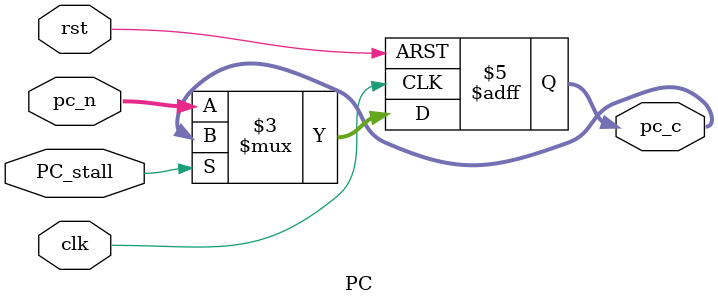
<source format=sv>
module PC(clk, rst, PC_stall, pc_n, pc_c);

input logic clk, rst;
input logic PC_stall;
input logic  [31:0] pc_n;         //current pc
output logic  [31:0] pc_c;        //next pc 

always_ff @(posedge clk or posedge rst)
begin
    if (rst) begin
        pc_c <= 32'b0;
    end
    else if (PC_stall) begin
        pc_c <= pc_c;
    end
    else begin
        pc_c <= pc_n;
   end
end
    
endmodule

</source>
